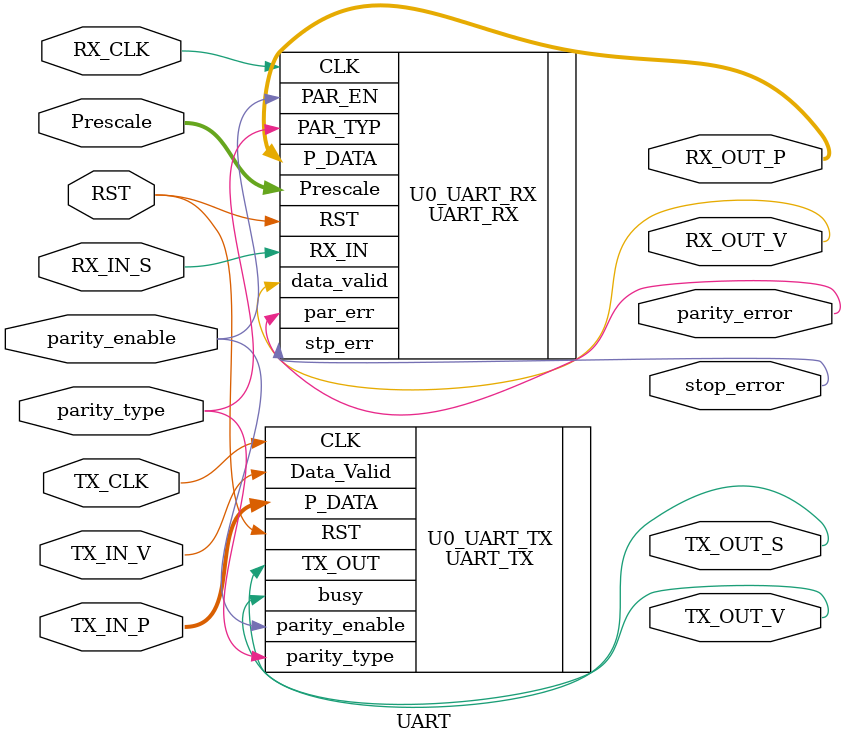
<source format=v>
module UART # ( parameter DATA_WIDTH = 8 , PRESCALE_WIDTH = 5 )
(
 input   wire                          RST,
 input   wire                          TX_CLK,
 input   wire                          RX_CLK,
 input   wire                          RX_IN_S,
 output  wire   [DATA_WIDTH-1:0]       RX_OUT_P, 
 output  wire                          RX_OUT_V,
 input   wire   [DATA_WIDTH-1:0]       TX_IN_P, 
 input   wire                          TX_IN_V, 
 output  wire                          TX_OUT_S,
 output  wire                          TX_OUT_V,  
 input   wire   [PRESCALE_WIDTH-1:0]   Prescale,
 input   wire                          parity_enable,
 input   wire                          parity_type,
 output  wire                          parity_error,
 output  wire                          stop_error
);


UART_TX  U0_UART_TX (
.CLK(TX_CLK),
.RST(RST),
.P_DATA(TX_IN_P),
.Data_Valid(TX_IN_V),
.parity_enable(parity_enable),
.parity_type(parity_type), 
.TX_OUT(TX_OUT_S),
.busy(TX_OUT_V)
);
 
 
UART_RX U0_UART_RX (
.CLK(RX_CLK),
.RST(RST),
.PAR_EN(parity_enable),
.PAR_TYP(parity_type),
.RX_IN(RX_IN_S),
.Prescale(Prescale),
.data_valid(RX_OUT_V),
.P_DATA(RX_OUT_P), 
.par_err(parity_error),
.stp_err(stop_error)
);
 

endmodule
</source>
